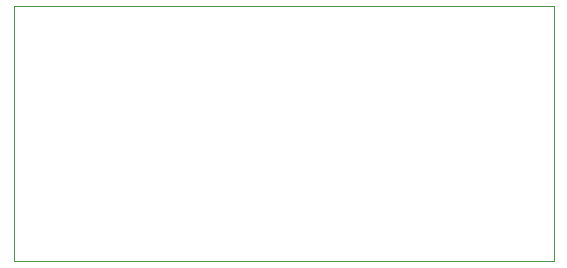
<source format=gbr>
G04 #@! TF.GenerationSoftware,KiCad,Pcbnew,(5.1.2)-1*
G04 #@! TF.CreationDate,2019-08-24T20:09:32-04:00*
G04 #@! TF.ProjectId,REV Type-C V3,52455620-5479-4706-952d-432056332e6b,rev?*
G04 #@! TF.SameCoordinates,Original*
G04 #@! TF.FileFunction,Profile,NP*
%FSLAX46Y46*%
G04 Gerber Fmt 4.6, Leading zero omitted, Abs format (unit mm)*
G04 Created by KiCad (PCBNEW (5.1.2)-1) date 2019-08-24 20:09:32*
%MOMM*%
%LPD*%
G04 APERTURE LIST*
%ADD10C,0.050000*%
G04 APERTURE END LIST*
D10*
X111760000Y-72390000D02*
X111760000Y-66040000D01*
X157480000Y-66040000D02*
X111760000Y-66040000D01*
X157480000Y-66040000D02*
X157480000Y-87630000D01*
X111760000Y-87630000D02*
X111760000Y-72390000D01*
X157480000Y-87630000D02*
X111760000Y-87630000D01*
M02*

</source>
